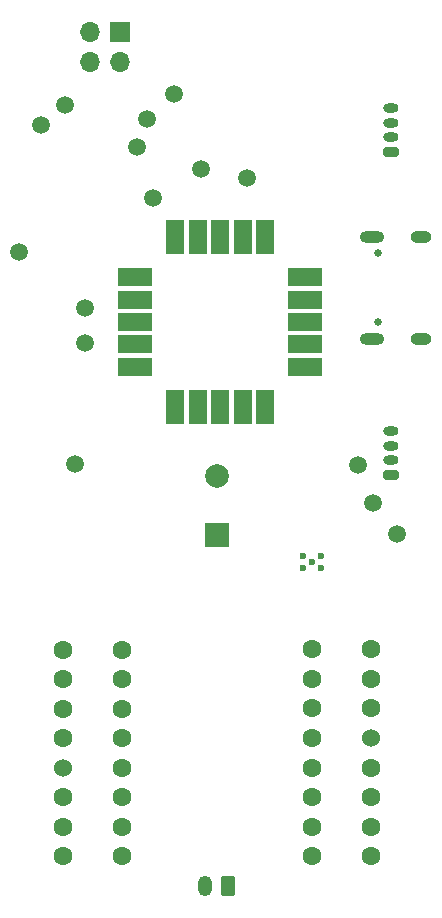
<source format=gbr>
%TF.GenerationSoftware,KiCad,Pcbnew,7.0.2-0*%
%TF.CreationDate,2023-10-14T20:17:31-05:00*%
%TF.ProjectId,Flight Computer,466c6967-6874-4204-936f-6d7075746572,1.1*%
%TF.SameCoordinates,Original*%
%TF.FileFunction,Soldermask,Bot*%
%TF.FilePolarity,Negative*%
%FSLAX46Y46*%
G04 Gerber Fmt 4.6, Leading zero omitted, Abs format (unit mm)*
G04 Created by KiCad (PCBNEW 7.0.2-0) date 2023-10-14 20:17:31*
%MOMM*%
%LPD*%
G01*
G04 APERTURE LIST*
G04 Aperture macros list*
%AMRoundRect*
0 Rectangle with rounded corners*
0 $1 Rounding radius*
0 $2 $3 $4 $5 $6 $7 $8 $9 X,Y pos of 4 corners*
0 Add a 4 corners polygon primitive as box body*
4,1,4,$2,$3,$4,$5,$6,$7,$8,$9,$2,$3,0*
0 Add four circle primitives for the rounded corners*
1,1,$1+$1,$2,$3*
1,1,$1+$1,$4,$5*
1,1,$1+$1,$6,$7*
1,1,$1+$1,$8,$9*
0 Add four rect primitives between the rounded corners*
20,1,$1+$1,$2,$3,$4,$5,0*
20,1,$1+$1,$4,$5,$6,$7,0*
20,1,$1+$1,$6,$7,$8,$9,0*
20,1,$1+$1,$8,$9,$2,$3,0*%
G04 Aperture macros list end*
%ADD10RoundRect,0.200000X0.450000X-0.200000X0.450000X0.200000X-0.450000X0.200000X-0.450000X-0.200000X0*%
%ADD11O,1.300000X0.800000*%
%ADD12C,0.650000*%
%ADD13O,2.100000X1.000000*%
%ADD14O,1.800000X1.000000*%
%ADD15C,0.600000*%
%ADD16C,1.500000*%
%ADD17RoundRect,0.250000X0.350000X0.625000X-0.350000X0.625000X-0.350000X-0.625000X0.350000X-0.625000X0*%
%ADD18O,1.200000X1.750000*%
%ADD19C,1.600000*%
%ADD20C,1.524000*%
%ADD21R,3.000000X1.500000*%
%ADD22R,1.500000X3.000000*%
%ADD23R,2.000000X2.000000*%
%ADD24C,2.000000*%
%ADD25R,1.700000X1.700000*%
%ADD26O,1.700000X1.700000*%
G04 APERTURE END LIST*
D10*
%TO.C,J8*%
X167100000Y-103175000D03*
D11*
X167100000Y-101925000D03*
X167100000Y-100675000D03*
X167100000Y-99425000D03*
%TD*%
D12*
%TO.C,J7*%
X165960000Y-90192500D03*
X165960000Y-84412500D03*
D13*
X165440000Y-91622500D03*
D14*
X169640000Y-91622500D03*
D13*
X165440000Y-82982500D03*
D14*
X169640000Y-82982500D03*
%TD*%
D10*
%TO.C,J9*%
X167100000Y-75837500D03*
D11*
X167100000Y-74587500D03*
X167100000Y-73337500D03*
X167100000Y-72087500D03*
%TD*%
D15*
%TO.C,U8*%
X161100000Y-110037500D03*
X159600000Y-110037500D03*
X160350000Y-110537500D03*
X161100000Y-111037500D03*
X159600000Y-111037500D03*
%TD*%
D16*
%TO.C,TP10*%
X141150000Y-89000000D03*
%TD*%
%TO.C,TP15*%
X140300000Y-102200000D03*
%TD*%
D17*
%TO.C,J4*%
X153300000Y-137950000D03*
D18*
X151300000Y-137950000D03*
%TD*%
D16*
%TO.C,TP5*%
X146400000Y-73000000D03*
%TD*%
%TO.C,TP4*%
X145550000Y-75400000D03*
%TD*%
%TO.C,TP1*%
X165500000Y-105500000D03*
%TD*%
%TO.C,TP11*%
X141150000Y-91950000D03*
%TD*%
%TO.C,TP6*%
X135600000Y-84300000D03*
%TD*%
%TO.C,TP7*%
X148700000Y-70900000D03*
%TD*%
D19*
%TO.C,J2*%
X139300000Y-135462500D03*
X144300000Y-135462500D03*
X139300000Y-132962500D03*
X144300000Y-132962500D03*
X139300000Y-130462500D03*
X144300000Y-130462500D03*
D20*
X139300000Y-127962500D03*
D19*
X144300000Y-127962500D03*
X139300000Y-125462500D03*
X144300000Y-125462500D03*
X139300000Y-122962500D03*
X144300000Y-122962500D03*
X139300000Y-120462500D03*
X144300000Y-120462500D03*
X139300000Y-117962500D03*
X144300000Y-117962500D03*
%TD*%
D21*
%TO.C,U11*%
X159800000Y-86412500D03*
X159800000Y-88312500D03*
X159800000Y-90212500D03*
X159800000Y-92112500D03*
X159800000Y-94012500D03*
D22*
X156400000Y-97412500D03*
X154500000Y-97412500D03*
X152600000Y-97412500D03*
X150700000Y-97412500D03*
X148800000Y-97412500D03*
D21*
X145400000Y-94012500D03*
X145400000Y-92112500D03*
X145400000Y-90212500D03*
X145400000Y-88312500D03*
X145400000Y-86412500D03*
D22*
X148800000Y-83012500D03*
X150700000Y-83012500D03*
X152600000Y-83012500D03*
X154500000Y-83012500D03*
X156400000Y-83012500D03*
%TD*%
D16*
%TO.C,TP9*%
X139500000Y-71800000D03*
%TD*%
D23*
%TO.C,BZ1*%
X152300000Y-108212500D03*
D24*
X152300000Y-103212500D03*
%TD*%
D16*
%TO.C,TP3*%
X146950000Y-79750000D03*
%TD*%
%TO.C,TP2*%
X167550000Y-108150000D03*
%TD*%
%TO.C,TP13*%
X154850000Y-78000000D03*
%TD*%
%TO.C,TP14*%
X151000000Y-77250000D03*
%TD*%
D19*
%TO.C,J1*%
X165350000Y-117937500D03*
X160350000Y-117937500D03*
X165350000Y-120437500D03*
X160350000Y-120437500D03*
X165350000Y-122937500D03*
X160350000Y-122937500D03*
D20*
X165350000Y-125437500D03*
D19*
X160350000Y-125437500D03*
X165350000Y-127937500D03*
X160350000Y-127937500D03*
X165350000Y-130437500D03*
X160350000Y-130437500D03*
X165350000Y-132937500D03*
X160350000Y-132937500D03*
X165350000Y-135437500D03*
X160350000Y-135437500D03*
%TD*%
D25*
%TO.C,J3*%
X144100000Y-65675000D03*
D26*
X141560000Y-65675000D03*
X144100000Y-68215000D03*
X141560000Y-68215000D03*
%TD*%
D16*
%TO.C,TP8*%
X137450000Y-73550000D03*
%TD*%
%TO.C,TP12*%
X164300000Y-102300000D03*
%TD*%
M02*

</source>
